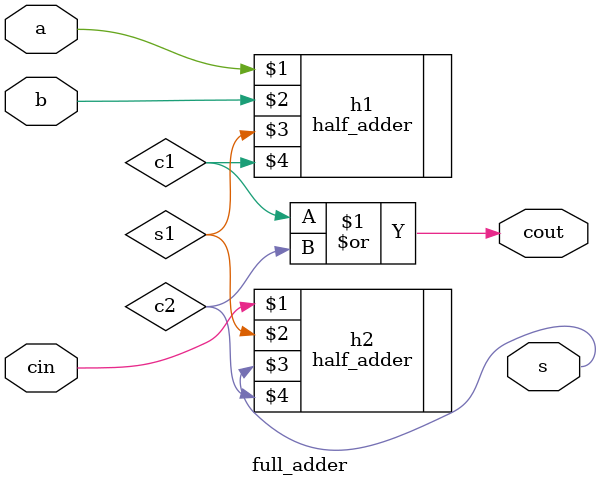
<source format=v>
`timescale 1ns / 1ps
module full_adder(
    input a,b,cin,
    output s,cout
    );
wire c1, s1, c2;

half_adder h1(a,b,s1,c1);
half_adder h2(cin, s1, s, c2);
assign  cout  = c1 | c2;

endmodule

</source>
